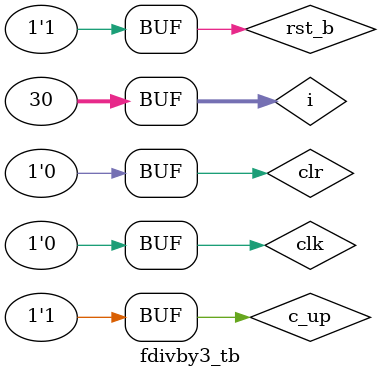
<source format=v>
module fdivby3(input clk, input rst_b, input c_up, input clr, output fdclk);
  
  localparam S0=0, S1=1, S2=2;
  
  reg [2:0] st;
  wire [2:0] st_next;
  
  assign st_next[S0]=(st[S0]&(~c_up|clr))|(st[S1]&clr)|(st[S2]&(c_up|clr));
  assign st_next[S1]=(st[S0]&(c_up&~clr))|(st[S1]&(~c_up&~clr));
  assign st_next[S2]=(st[S1]&(c_up&~clr))|(st[S2]&(~c_up&~clr));
  
  assign fdclk=st[S0];
  
  always @(posedge clk, negedge rst_b) begin
    if(!rst_b)begin
      st<=3'b001;
      //st[S0]<=1;
    end
    else st<=st_next;
  end
  
endmodule

module fdivby3_tb;
  
  reg clk,rst_b,c_up,clr;
  wire fdclk;
  
  fdivby3 dut(
    .clk(clk),
    .rst_b(rst_b),
    .c_up(c_up),
    .clr(clr),
    .fdclk(fdclk)
  );
  
  initial begin
    clk=0;
    rst_b=0;
    clr=0;
    c_up=1;
  end
  
  integer i;
  
  initial begin
    for(i=0;i<30;i=i+1) begin
      #50 clk=~clk;
    end
  end
  
  initial begin
    #25 rst_b=1;
  end
  
  initial begin
    #400 clr=1;
    #100 clr=0;
  end
  
  initial begin
    #600 c_up=0;
    #100 c_up=1;
    #400 c_up=0;
    #200 c_up=1;
  end
  
endmodule
    
</source>
